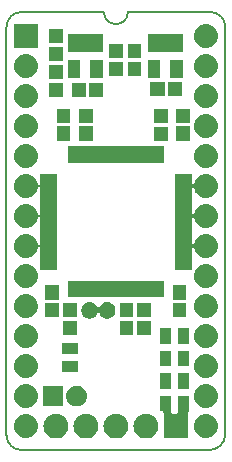
<source format=gts>
G04 #@! TF.GenerationSoftware,KiCad,Pcbnew,5.0.1-33cea8e~68~ubuntu16.04.1*
G04 #@! TF.CreationDate,2018-11-17T04:31:05+03:00*
G04 #@! TF.ProjectId,ayx,6179782E6B696361645F706362000000,rev?*
G04 #@! TF.SameCoordinates,Original*
G04 #@! TF.FileFunction,Soldermask,Top*
G04 #@! TF.FilePolarity,Negative*
%FSLAX46Y46*%
G04 Gerber Fmt 4.6, Leading zero omitted, Abs format (unit mm)*
G04 Created by KiCad (PCBNEW 5.0.1-33cea8e~68~ubuntu16.04.1) date Сб 17 ноя 2018 04:31:05*
%MOMM*%
%LPD*%
G01*
G04 APERTURE LIST*
%ADD10C,0.150000*%
%ADD11C,0.100000*%
G04 APERTURE END LIST*
D10*
X146939000Y-84328000D02*
G75*
G03X148971000Y-84328000I1016000J0D01*
G01*
X146939000Y-84328000D02*
X139954000Y-84328000D01*
X155829000Y-121417761D02*
G75*
G03X157226000Y-120142000I0J1402761D01*
G01*
X138684000Y-120142000D02*
G75*
G03X139954000Y-121412000I1270000J0D01*
G01*
X157226000Y-85598000D02*
G75*
G03X155956000Y-84328000I-1270000J0D01*
G01*
X139954000Y-84328000D02*
G75*
G03X138684000Y-85598000I0J-1270000D01*
G01*
X138684000Y-120142000D02*
X138684000Y-85598000D01*
X155829000Y-121412000D02*
X139954000Y-121412000D01*
X157226000Y-85598000D02*
X157226000Y-120142000D01*
X148971000Y-84328000D02*
X155956000Y-84328000D01*
D11*
G36*
X152620000Y-118205000D02*
X152622402Y-118229386D01*
X152629515Y-118252835D01*
X152641066Y-118274446D01*
X152656612Y-118293388D01*
X152675554Y-118308934D01*
X152697165Y-118320485D01*
X152720614Y-118327598D01*
X152745000Y-118330000D01*
X153095000Y-118330000D01*
X153119386Y-118327598D01*
X153142835Y-118320485D01*
X153164446Y-118308934D01*
X153183388Y-118293388D01*
X153198934Y-118274446D01*
X153210485Y-118252835D01*
X153217598Y-118229386D01*
X153220000Y-118205000D01*
X153220000Y-116825000D01*
X154120000Y-116825000D01*
X154120000Y-118163576D01*
X154106066Y-118180554D01*
X154094515Y-118202165D01*
X154087402Y-118225614D01*
X154085000Y-118250000D01*
X154085000Y-120430000D01*
X151985000Y-120430000D01*
X151985000Y-118250000D01*
X151982598Y-118225614D01*
X151975485Y-118202165D01*
X151963934Y-118180554D01*
X151948388Y-118161612D01*
X151929446Y-118146066D01*
X151907835Y-118134515D01*
X151884386Y-118127402D01*
X151860000Y-118125000D01*
X151720000Y-118125000D01*
X151720000Y-116825000D01*
X152620000Y-116825000D01*
X152620000Y-118205000D01*
X152620000Y-118205000D01*
G37*
G36*
X150623707Y-118337596D02*
X150700836Y-118345193D01*
X150832787Y-118385220D01*
X150898763Y-118405233D01*
X151081172Y-118502733D01*
X151241054Y-118633946D01*
X151372267Y-118793828D01*
X151469767Y-118976237D01*
X151489780Y-119042213D01*
X151529807Y-119174164D01*
X151550080Y-119380000D01*
X151529807Y-119585836D01*
X151489780Y-119717787D01*
X151469767Y-119783763D01*
X151372267Y-119966172D01*
X151241054Y-120126054D01*
X151081172Y-120257267D01*
X150898763Y-120354767D01*
X150863281Y-120365530D01*
X150700836Y-120414807D01*
X150623707Y-120422404D01*
X150546580Y-120430000D01*
X150443420Y-120430000D01*
X150366293Y-120422404D01*
X150289164Y-120414807D01*
X150126719Y-120365530D01*
X150091237Y-120354767D01*
X149908828Y-120257267D01*
X149748946Y-120126054D01*
X149617733Y-119966172D01*
X149520233Y-119783763D01*
X149500220Y-119717787D01*
X149460193Y-119585836D01*
X149439920Y-119380000D01*
X149460193Y-119174164D01*
X149500220Y-119042213D01*
X149520233Y-118976237D01*
X149617733Y-118793828D01*
X149748946Y-118633946D01*
X149908828Y-118502733D01*
X150091237Y-118405233D01*
X150157213Y-118385220D01*
X150289164Y-118345193D01*
X150366293Y-118337596D01*
X150443420Y-118330000D01*
X150546580Y-118330000D01*
X150623707Y-118337596D01*
X150623707Y-118337596D01*
G37*
G36*
X148083707Y-118337596D02*
X148160836Y-118345193D01*
X148292787Y-118385220D01*
X148358763Y-118405233D01*
X148541172Y-118502733D01*
X148701054Y-118633946D01*
X148832267Y-118793828D01*
X148929767Y-118976237D01*
X148949780Y-119042213D01*
X148989807Y-119174164D01*
X149010080Y-119380000D01*
X148989807Y-119585836D01*
X148949780Y-119717787D01*
X148929767Y-119783763D01*
X148832267Y-119966172D01*
X148701054Y-120126054D01*
X148541172Y-120257267D01*
X148358763Y-120354767D01*
X148323281Y-120365530D01*
X148160836Y-120414807D01*
X148083707Y-120422404D01*
X148006580Y-120430000D01*
X147903420Y-120430000D01*
X147826293Y-120422404D01*
X147749164Y-120414807D01*
X147586719Y-120365530D01*
X147551237Y-120354767D01*
X147368828Y-120257267D01*
X147208946Y-120126054D01*
X147077733Y-119966172D01*
X146980233Y-119783763D01*
X146960220Y-119717787D01*
X146920193Y-119585836D01*
X146899920Y-119380000D01*
X146920193Y-119174164D01*
X146960220Y-119042213D01*
X146980233Y-118976237D01*
X147077733Y-118793828D01*
X147208946Y-118633946D01*
X147368828Y-118502733D01*
X147551237Y-118405233D01*
X147617213Y-118385220D01*
X147749164Y-118345193D01*
X147826293Y-118337596D01*
X147903420Y-118330000D01*
X148006580Y-118330000D01*
X148083707Y-118337596D01*
X148083707Y-118337596D01*
G37*
G36*
X145543707Y-118337596D02*
X145620836Y-118345193D01*
X145752787Y-118385220D01*
X145818763Y-118405233D01*
X146001172Y-118502733D01*
X146161054Y-118633946D01*
X146292267Y-118793828D01*
X146389767Y-118976237D01*
X146409780Y-119042213D01*
X146449807Y-119174164D01*
X146470080Y-119380000D01*
X146449807Y-119585836D01*
X146409780Y-119717787D01*
X146389767Y-119783763D01*
X146292267Y-119966172D01*
X146161054Y-120126054D01*
X146001172Y-120257267D01*
X145818763Y-120354767D01*
X145783281Y-120365530D01*
X145620836Y-120414807D01*
X145543707Y-120422404D01*
X145466580Y-120430000D01*
X145363420Y-120430000D01*
X145286293Y-120422404D01*
X145209164Y-120414807D01*
X145046719Y-120365530D01*
X145011237Y-120354767D01*
X144828828Y-120257267D01*
X144668946Y-120126054D01*
X144537733Y-119966172D01*
X144440233Y-119783763D01*
X144420220Y-119717787D01*
X144380193Y-119585836D01*
X144359920Y-119380000D01*
X144380193Y-119174164D01*
X144420220Y-119042213D01*
X144440233Y-118976237D01*
X144537733Y-118793828D01*
X144668946Y-118633946D01*
X144828828Y-118502733D01*
X145011237Y-118405233D01*
X145077213Y-118385220D01*
X145209164Y-118345193D01*
X145286293Y-118337596D01*
X145363420Y-118330000D01*
X145466580Y-118330000D01*
X145543707Y-118337596D01*
X145543707Y-118337596D01*
G37*
G36*
X143003707Y-118337596D02*
X143080836Y-118345193D01*
X143212787Y-118385220D01*
X143278763Y-118405233D01*
X143461172Y-118502733D01*
X143621054Y-118633946D01*
X143752267Y-118793828D01*
X143849767Y-118976237D01*
X143869780Y-119042213D01*
X143909807Y-119174164D01*
X143930080Y-119380000D01*
X143909807Y-119585836D01*
X143869780Y-119717787D01*
X143849767Y-119783763D01*
X143752267Y-119966172D01*
X143621054Y-120126054D01*
X143461172Y-120257267D01*
X143278763Y-120354767D01*
X143243281Y-120365530D01*
X143080836Y-120414807D01*
X143003707Y-120422404D01*
X142926580Y-120430000D01*
X142823420Y-120430000D01*
X142746293Y-120422404D01*
X142669164Y-120414807D01*
X142506719Y-120365530D01*
X142471237Y-120354767D01*
X142288828Y-120257267D01*
X142128946Y-120126054D01*
X141997733Y-119966172D01*
X141900233Y-119783763D01*
X141880220Y-119717787D01*
X141840193Y-119585836D01*
X141819920Y-119380000D01*
X141840193Y-119174164D01*
X141880220Y-119042213D01*
X141900233Y-118976237D01*
X141997733Y-118793828D01*
X142128946Y-118633946D01*
X142288828Y-118502733D01*
X142471237Y-118405233D01*
X142537213Y-118385220D01*
X142669164Y-118345193D01*
X142746293Y-118337596D01*
X142823420Y-118330000D01*
X142926580Y-118330000D01*
X143003707Y-118337596D01*
X143003707Y-118337596D01*
G37*
G36*
X140531030Y-118394469D02*
X140531033Y-118394470D01*
X140531034Y-118394470D01*
X140719535Y-118451651D01*
X140719537Y-118451652D01*
X140893260Y-118544509D01*
X141045528Y-118669472D01*
X141170491Y-118821740D01*
X141170492Y-118821742D01*
X141263349Y-118995465D01*
X141317557Y-119174166D01*
X141320531Y-119183970D01*
X141339838Y-119380000D01*
X141320531Y-119576030D01*
X141320530Y-119576033D01*
X141320530Y-119576034D01*
X141317557Y-119585836D01*
X141263348Y-119764537D01*
X141170491Y-119938260D01*
X141045528Y-120090528D01*
X140893260Y-120215491D01*
X140893258Y-120215492D01*
X140719535Y-120308349D01*
X140531034Y-120365530D01*
X140531033Y-120365530D01*
X140531030Y-120365531D01*
X140384124Y-120380000D01*
X140285876Y-120380000D01*
X140138970Y-120365531D01*
X140138967Y-120365530D01*
X140138966Y-120365530D01*
X139950465Y-120308349D01*
X139776742Y-120215492D01*
X139776740Y-120215491D01*
X139624472Y-120090528D01*
X139499509Y-119938260D01*
X139406652Y-119764537D01*
X139352444Y-119585836D01*
X139349470Y-119576034D01*
X139349470Y-119576033D01*
X139349469Y-119576030D01*
X139330162Y-119380000D01*
X139349469Y-119183970D01*
X139352443Y-119174166D01*
X139406651Y-118995465D01*
X139499508Y-118821742D01*
X139499509Y-118821740D01*
X139624472Y-118669472D01*
X139776740Y-118544509D01*
X139950463Y-118451652D01*
X139950465Y-118451651D01*
X140138966Y-118394470D01*
X140138967Y-118394470D01*
X140138970Y-118394469D01*
X140285876Y-118380000D01*
X140384124Y-118380000D01*
X140531030Y-118394469D01*
X140531030Y-118394469D01*
G37*
G36*
X155771030Y-118394469D02*
X155771033Y-118394470D01*
X155771034Y-118394470D01*
X155959535Y-118451651D01*
X155959537Y-118451652D01*
X156133260Y-118544509D01*
X156285528Y-118669472D01*
X156410491Y-118821740D01*
X156410492Y-118821742D01*
X156503349Y-118995465D01*
X156557557Y-119174166D01*
X156560531Y-119183970D01*
X156579838Y-119380000D01*
X156560531Y-119576030D01*
X156560530Y-119576033D01*
X156560530Y-119576034D01*
X156557557Y-119585836D01*
X156503348Y-119764537D01*
X156410491Y-119938260D01*
X156285528Y-120090528D01*
X156133260Y-120215491D01*
X156133258Y-120215492D01*
X155959535Y-120308349D01*
X155771034Y-120365530D01*
X155771033Y-120365530D01*
X155771030Y-120365531D01*
X155624124Y-120380000D01*
X155525876Y-120380000D01*
X155378970Y-120365531D01*
X155378967Y-120365530D01*
X155378966Y-120365530D01*
X155190465Y-120308349D01*
X155016742Y-120215492D01*
X155016740Y-120215491D01*
X154864472Y-120090528D01*
X154739509Y-119938260D01*
X154646652Y-119764537D01*
X154592444Y-119585836D01*
X154589470Y-119576034D01*
X154589470Y-119576033D01*
X154589469Y-119576030D01*
X154570162Y-119380000D01*
X154589469Y-119183970D01*
X154592443Y-119174166D01*
X154646651Y-118995465D01*
X154739508Y-118821742D01*
X154739509Y-118821740D01*
X154864472Y-118669472D01*
X155016740Y-118544509D01*
X155190463Y-118451652D01*
X155190465Y-118451651D01*
X155378966Y-118394470D01*
X155378967Y-118394470D01*
X155378970Y-118394469D01*
X155525876Y-118380000D01*
X155624124Y-118380000D01*
X155771030Y-118394469D01*
X155771030Y-118394469D01*
G37*
G36*
X140531030Y-115854469D02*
X140531033Y-115854470D01*
X140531034Y-115854470D01*
X140719535Y-115911651D01*
X140719537Y-115911652D01*
X140893260Y-116004509D01*
X141045528Y-116129472D01*
X141170491Y-116281740D01*
X141170492Y-116281742D01*
X141263349Y-116455465D01*
X141277930Y-116503532D01*
X141320531Y-116643970D01*
X141339838Y-116840000D01*
X141320531Y-117036030D01*
X141263349Y-117224535D01*
X141170491Y-117398260D01*
X141045528Y-117550528D01*
X140893260Y-117675491D01*
X140893258Y-117675492D01*
X140719535Y-117768349D01*
X140531034Y-117825530D01*
X140531033Y-117825530D01*
X140531030Y-117825531D01*
X140384124Y-117840000D01*
X140285876Y-117840000D01*
X140138970Y-117825531D01*
X140138967Y-117825530D01*
X140138966Y-117825530D01*
X139950465Y-117768349D01*
X139776742Y-117675492D01*
X139776740Y-117675491D01*
X139624472Y-117550528D01*
X139499509Y-117398260D01*
X139406651Y-117224535D01*
X139349469Y-117036030D01*
X139330162Y-116840000D01*
X139349469Y-116643970D01*
X139392070Y-116503532D01*
X139406651Y-116455465D01*
X139499508Y-116281742D01*
X139499509Y-116281740D01*
X139624472Y-116129472D01*
X139776740Y-116004509D01*
X139950463Y-115911652D01*
X139950465Y-115911651D01*
X140138966Y-115854470D01*
X140138967Y-115854470D01*
X140138970Y-115854469D01*
X140285876Y-115840000D01*
X140384124Y-115840000D01*
X140531030Y-115854469D01*
X140531030Y-115854469D01*
G37*
G36*
X155771030Y-115854469D02*
X155771033Y-115854470D01*
X155771034Y-115854470D01*
X155959535Y-115911651D01*
X155959537Y-115911652D01*
X156133260Y-116004509D01*
X156285528Y-116129472D01*
X156410491Y-116281740D01*
X156410492Y-116281742D01*
X156503349Y-116455465D01*
X156517930Y-116503532D01*
X156560531Y-116643970D01*
X156579838Y-116840000D01*
X156560531Y-117036030D01*
X156503349Y-117224535D01*
X156410491Y-117398260D01*
X156285528Y-117550528D01*
X156133260Y-117675491D01*
X156133258Y-117675492D01*
X155959535Y-117768349D01*
X155771034Y-117825530D01*
X155771033Y-117825530D01*
X155771030Y-117825531D01*
X155624124Y-117840000D01*
X155525876Y-117840000D01*
X155378970Y-117825531D01*
X155378967Y-117825530D01*
X155378966Y-117825530D01*
X155190465Y-117768349D01*
X155016742Y-117675492D01*
X155016740Y-117675491D01*
X154864472Y-117550528D01*
X154739509Y-117398260D01*
X154646651Y-117224535D01*
X154589469Y-117036030D01*
X154570162Y-116840000D01*
X154589469Y-116643970D01*
X154632070Y-116503532D01*
X154646651Y-116455465D01*
X154739508Y-116281742D01*
X154739509Y-116281740D01*
X154864472Y-116129472D01*
X155016740Y-116004509D01*
X155190463Y-115911652D01*
X155190465Y-115911651D01*
X155378966Y-115854470D01*
X155378967Y-115854470D01*
X155378970Y-115854469D01*
X155525876Y-115840000D01*
X155624124Y-115840000D01*
X155771030Y-115854469D01*
X155771030Y-115854469D01*
G37*
G36*
X143502600Y-116790880D02*
X143505002Y-116815266D01*
X143512115Y-116838715D01*
X143513082Y-116840524D01*
X143507982Y-116852835D01*
X143502600Y-116889120D01*
X143502600Y-117715000D01*
X141752600Y-117715000D01*
X141752600Y-115965000D01*
X143502600Y-115965000D01*
X143502600Y-116790880D01*
X143502600Y-116790880D01*
G37*
G36*
X144713429Y-115969220D02*
X144799130Y-115977661D01*
X144887635Y-116004509D01*
X144964069Y-116027695D01*
X145014737Y-116054778D01*
X145116076Y-116108944D01*
X145249312Y-116218288D01*
X145358656Y-116351524D01*
X145412822Y-116452863D01*
X145439905Y-116503531D01*
X145439905Y-116503532D01*
X145489939Y-116668470D01*
X145506833Y-116840000D01*
X145489939Y-117011530D01*
X145456583Y-117121489D01*
X145439905Y-117176469D01*
X145414213Y-117224535D01*
X145358656Y-117328476D01*
X145249312Y-117461712D01*
X145116076Y-117571056D01*
X145014737Y-117625222D01*
X144964069Y-117652305D01*
X144909089Y-117668983D01*
X144799130Y-117702339D01*
X144713429Y-117710780D01*
X144670580Y-117715000D01*
X144584620Y-117715000D01*
X144541771Y-117710780D01*
X144456070Y-117702339D01*
X144346111Y-117668983D01*
X144291131Y-117652305D01*
X144240463Y-117625222D01*
X144139124Y-117571056D01*
X144005888Y-117461712D01*
X143896544Y-117328476D01*
X143840987Y-117224535D01*
X143815295Y-117176469D01*
X143798617Y-117121489D01*
X143765261Y-117011530D01*
X143751998Y-116876868D01*
X143747217Y-116852834D01*
X143742118Y-116840524D01*
X143743085Y-116838715D01*
X143751998Y-116803132D01*
X143765261Y-116668472D01*
X143765261Y-116668470D01*
X143815295Y-116503532D01*
X143815295Y-116503531D01*
X143842378Y-116452863D01*
X143896544Y-116351524D01*
X144005888Y-116218288D01*
X144139124Y-116108944D01*
X144240463Y-116054778D01*
X144291131Y-116027695D01*
X144367565Y-116004509D01*
X144456070Y-115977661D01*
X144541771Y-115969220D01*
X144584620Y-115965000D01*
X144670580Y-115965000D01*
X144713429Y-115969220D01*
X144713429Y-115969220D01*
G37*
G36*
X152620000Y-116220000D02*
X151720000Y-116220000D01*
X151720000Y-114920000D01*
X152620000Y-114920000D01*
X152620000Y-116220000D01*
X152620000Y-116220000D01*
G37*
G36*
X154120000Y-116220000D02*
X153220000Y-116220000D01*
X153220000Y-114920000D01*
X154120000Y-114920000D01*
X154120000Y-116220000D01*
X154120000Y-116220000D01*
G37*
G36*
X155771030Y-113314469D02*
X155771033Y-113314470D01*
X155771034Y-113314470D01*
X155959535Y-113371651D01*
X155959537Y-113371652D01*
X156133260Y-113464509D01*
X156285528Y-113589472D01*
X156410491Y-113741740D01*
X156503348Y-113915463D01*
X156560531Y-114103970D01*
X156579838Y-114300000D01*
X156560531Y-114496030D01*
X156503348Y-114684537D01*
X156410491Y-114858260D01*
X156285528Y-115010528D01*
X156133260Y-115135491D01*
X156133258Y-115135492D01*
X155959535Y-115228349D01*
X155771034Y-115285530D01*
X155771033Y-115285530D01*
X155771030Y-115285531D01*
X155624124Y-115300000D01*
X155525876Y-115300000D01*
X155378970Y-115285531D01*
X155378967Y-115285530D01*
X155378966Y-115285530D01*
X155190465Y-115228349D01*
X155016742Y-115135492D01*
X155016740Y-115135491D01*
X154864472Y-115010528D01*
X154739509Y-114858260D01*
X154646652Y-114684537D01*
X154589469Y-114496030D01*
X154570162Y-114300000D01*
X154589469Y-114103970D01*
X154646652Y-113915463D01*
X154739509Y-113741740D01*
X154864472Y-113589472D01*
X155016740Y-113464509D01*
X155190463Y-113371652D01*
X155190465Y-113371651D01*
X155378966Y-113314470D01*
X155378967Y-113314470D01*
X155378970Y-113314469D01*
X155525876Y-113300000D01*
X155624124Y-113300000D01*
X155771030Y-113314469D01*
X155771030Y-113314469D01*
G37*
G36*
X140531030Y-113314469D02*
X140531033Y-113314470D01*
X140531034Y-113314470D01*
X140719535Y-113371651D01*
X140719537Y-113371652D01*
X140893260Y-113464509D01*
X141045528Y-113589472D01*
X141170491Y-113741740D01*
X141263348Y-113915463D01*
X141320531Y-114103970D01*
X141339838Y-114300000D01*
X141320531Y-114496030D01*
X141263348Y-114684537D01*
X141170491Y-114858260D01*
X141045528Y-115010528D01*
X140893260Y-115135491D01*
X140893258Y-115135492D01*
X140719535Y-115228349D01*
X140531034Y-115285530D01*
X140531033Y-115285530D01*
X140531030Y-115285531D01*
X140384124Y-115300000D01*
X140285876Y-115300000D01*
X140138970Y-115285531D01*
X140138967Y-115285530D01*
X140138966Y-115285530D01*
X139950465Y-115228349D01*
X139776742Y-115135492D01*
X139776740Y-115135491D01*
X139624472Y-115010528D01*
X139499509Y-114858260D01*
X139406652Y-114684537D01*
X139349469Y-114496030D01*
X139330162Y-114300000D01*
X139349469Y-114103970D01*
X139406652Y-113915463D01*
X139499509Y-113741740D01*
X139624472Y-113589472D01*
X139776740Y-113464509D01*
X139950463Y-113371652D01*
X139950465Y-113371651D01*
X140138966Y-113314470D01*
X140138967Y-113314470D01*
X140138970Y-113314469D01*
X140285876Y-113300000D01*
X140384124Y-113300000D01*
X140531030Y-113314469D01*
X140531030Y-113314469D01*
G37*
G36*
X144718800Y-114788800D02*
X143418800Y-114788800D01*
X143418800Y-113888800D01*
X144718800Y-113888800D01*
X144718800Y-114788800D01*
X144718800Y-114788800D01*
G37*
G36*
X154120000Y-114315000D02*
X153220000Y-114315000D01*
X153220000Y-113015000D01*
X154120000Y-113015000D01*
X154120000Y-114315000D01*
X154120000Y-114315000D01*
G37*
G36*
X152620000Y-114315000D02*
X151720000Y-114315000D01*
X151720000Y-113015000D01*
X152620000Y-113015000D01*
X152620000Y-114315000D01*
X152620000Y-114315000D01*
G37*
G36*
X144718800Y-113288800D02*
X143418800Y-113288800D01*
X143418800Y-112388800D01*
X144718800Y-112388800D01*
X144718800Y-113288800D01*
X144718800Y-113288800D01*
G37*
G36*
X140531030Y-110774469D02*
X140531033Y-110774470D01*
X140531034Y-110774470D01*
X140719535Y-110831651D01*
X140719537Y-110831652D01*
X140893260Y-110924509D01*
X141045528Y-111049472D01*
X141170491Y-111201740D01*
X141263348Y-111375463D01*
X141320531Y-111563970D01*
X141339838Y-111760000D01*
X141320531Y-111956030D01*
X141263348Y-112144537D01*
X141170491Y-112318260D01*
X141045528Y-112470528D01*
X140893260Y-112595491D01*
X140893258Y-112595492D01*
X140719535Y-112688349D01*
X140531034Y-112745530D01*
X140531033Y-112745530D01*
X140531030Y-112745531D01*
X140384124Y-112760000D01*
X140285876Y-112760000D01*
X140138970Y-112745531D01*
X140138967Y-112745530D01*
X140138966Y-112745530D01*
X139950465Y-112688349D01*
X139776742Y-112595492D01*
X139776740Y-112595491D01*
X139624472Y-112470528D01*
X139499509Y-112318260D01*
X139406652Y-112144537D01*
X139349469Y-111956030D01*
X139330162Y-111760000D01*
X139349469Y-111563970D01*
X139406652Y-111375463D01*
X139499509Y-111201740D01*
X139624472Y-111049472D01*
X139776740Y-110924509D01*
X139950463Y-110831652D01*
X139950465Y-110831651D01*
X140138966Y-110774470D01*
X140138967Y-110774470D01*
X140138970Y-110774469D01*
X140285876Y-110760000D01*
X140384124Y-110760000D01*
X140531030Y-110774469D01*
X140531030Y-110774469D01*
G37*
G36*
X155771030Y-110774469D02*
X155771033Y-110774470D01*
X155771034Y-110774470D01*
X155959535Y-110831651D01*
X155959537Y-110831652D01*
X156133260Y-110924509D01*
X156285528Y-111049472D01*
X156410491Y-111201740D01*
X156503348Y-111375463D01*
X156560531Y-111563970D01*
X156579838Y-111760000D01*
X156560531Y-111956030D01*
X156503348Y-112144537D01*
X156410491Y-112318260D01*
X156285528Y-112470528D01*
X156133260Y-112595491D01*
X156133258Y-112595492D01*
X155959535Y-112688349D01*
X155771034Y-112745530D01*
X155771033Y-112745530D01*
X155771030Y-112745531D01*
X155624124Y-112760000D01*
X155525876Y-112760000D01*
X155378970Y-112745531D01*
X155378967Y-112745530D01*
X155378966Y-112745530D01*
X155190465Y-112688349D01*
X155016742Y-112595492D01*
X155016740Y-112595491D01*
X154864472Y-112470528D01*
X154739509Y-112318260D01*
X154646652Y-112144537D01*
X154589469Y-111956030D01*
X154570162Y-111760000D01*
X154589469Y-111563970D01*
X154646652Y-111375463D01*
X154739509Y-111201740D01*
X154864472Y-111049472D01*
X155016740Y-110924509D01*
X155190463Y-110831652D01*
X155190465Y-110831651D01*
X155378966Y-110774470D01*
X155378967Y-110774470D01*
X155378970Y-110774469D01*
X155525876Y-110760000D01*
X155624124Y-110760000D01*
X155771030Y-110774469D01*
X155771030Y-110774469D01*
G37*
G36*
X152620000Y-112410000D02*
X151720000Y-112410000D01*
X151720000Y-111110000D01*
X152620000Y-111110000D01*
X152620000Y-112410000D01*
X152620000Y-112410000D01*
G37*
G36*
X154120000Y-112410000D02*
X153220000Y-112410000D01*
X153220000Y-111110000D01*
X154120000Y-111110000D01*
X154120000Y-112410000D01*
X154120000Y-112410000D01*
G37*
G36*
X144643800Y-111675600D02*
X143493800Y-111675600D01*
X143493800Y-110475600D01*
X144643800Y-110475600D01*
X144643800Y-111675600D01*
X144643800Y-111675600D01*
G37*
G36*
X150892200Y-111675600D02*
X149742200Y-111675600D01*
X149742200Y-110475600D01*
X150892200Y-110475600D01*
X150892200Y-111675600D01*
X150892200Y-111675600D01*
G37*
G36*
X149419000Y-111675600D02*
X148269000Y-111675600D01*
X148269000Y-110475600D01*
X149419000Y-110475600D01*
X149419000Y-111675600D01*
X149419000Y-111675600D01*
G37*
G36*
X145922583Y-108902500D02*
X146049974Y-108955268D01*
X146152795Y-109023970D01*
X146164625Y-109031875D01*
X146262125Y-109129375D01*
X146338731Y-109244024D01*
X146352915Y-109278266D01*
X146364466Y-109299876D01*
X146380012Y-109318818D01*
X146398954Y-109334364D01*
X146420565Y-109345915D01*
X146444014Y-109353028D01*
X146468400Y-109355430D01*
X146492786Y-109353028D01*
X146516236Y-109345915D01*
X146537846Y-109334364D01*
X146556788Y-109318818D01*
X146572334Y-109299876D01*
X146583885Y-109278266D01*
X146598069Y-109244024D01*
X146674675Y-109129375D01*
X146772175Y-109031875D01*
X146784006Y-109023970D01*
X146886826Y-108955268D01*
X147014217Y-108902500D01*
X147149455Y-108875600D01*
X147287345Y-108875600D01*
X147422583Y-108902500D01*
X147549974Y-108955268D01*
X147652795Y-109023970D01*
X147664625Y-109031875D01*
X147762125Y-109129375D01*
X147838732Y-109244026D01*
X147891500Y-109371417D01*
X147918400Y-109506655D01*
X147918400Y-109644545D01*
X147891500Y-109779783D01*
X147869712Y-109832382D01*
X147838732Y-109907174D01*
X147762126Y-110021824D01*
X147664624Y-110119326D01*
X147580403Y-110175600D01*
X147549974Y-110195932D01*
X147422583Y-110248700D01*
X147287345Y-110275600D01*
X147149455Y-110275600D01*
X147014217Y-110248700D01*
X146886826Y-110195932D01*
X146856397Y-110175600D01*
X146772176Y-110119326D01*
X146674674Y-110021824D01*
X146636631Y-109964888D01*
X146598069Y-109907176D01*
X146583885Y-109872934D01*
X146572334Y-109851324D01*
X146556788Y-109832382D01*
X146537846Y-109816836D01*
X146516235Y-109805285D01*
X146492786Y-109798172D01*
X146468400Y-109795770D01*
X146444014Y-109798172D01*
X146420564Y-109805285D01*
X146398954Y-109816836D01*
X146380012Y-109832382D01*
X146364466Y-109851324D01*
X146352915Y-109872934D01*
X146338731Y-109907176D01*
X146300169Y-109964888D01*
X146262126Y-110021824D01*
X146164624Y-110119326D01*
X146080403Y-110175600D01*
X146049974Y-110195932D01*
X145922583Y-110248700D01*
X145787345Y-110275600D01*
X145649455Y-110275600D01*
X145514217Y-110248700D01*
X145386826Y-110195932D01*
X145356397Y-110175600D01*
X145272176Y-110119326D01*
X145174674Y-110021824D01*
X145098068Y-109907174D01*
X145067088Y-109832382D01*
X145045300Y-109779783D01*
X145018400Y-109644545D01*
X145018400Y-109506655D01*
X145045300Y-109371417D01*
X145098068Y-109244026D01*
X145174675Y-109129375D01*
X145272175Y-109031875D01*
X145284006Y-109023970D01*
X145386826Y-108955268D01*
X145514217Y-108902500D01*
X145649455Y-108875600D01*
X145787345Y-108875600D01*
X145922583Y-108902500D01*
X145922583Y-108902500D01*
G37*
G36*
X155771030Y-108234469D02*
X155771033Y-108234470D01*
X155771034Y-108234470D01*
X155959535Y-108291651D01*
X155959537Y-108291652D01*
X156133260Y-108384509D01*
X156285528Y-108509472D01*
X156410491Y-108661740D01*
X156410492Y-108661742D01*
X156503349Y-108835465D01*
X156545858Y-108975600D01*
X156560531Y-109023970D01*
X156579838Y-109220000D01*
X156560531Y-109416030D01*
X156503348Y-109604537D01*
X156410491Y-109778260D01*
X156285528Y-109930528D01*
X156133260Y-110055491D01*
X156133258Y-110055492D01*
X155959535Y-110148349D01*
X155771034Y-110205530D01*
X155771033Y-110205530D01*
X155771030Y-110205531D01*
X155624124Y-110220000D01*
X155525876Y-110220000D01*
X155378970Y-110205531D01*
X155378967Y-110205530D01*
X155378966Y-110205530D01*
X155190465Y-110148349D01*
X155016742Y-110055492D01*
X155016740Y-110055491D01*
X154864472Y-109930528D01*
X154739509Y-109778260D01*
X154646652Y-109604537D01*
X154589469Y-109416030D01*
X154570162Y-109220000D01*
X154589469Y-109023970D01*
X154604142Y-108975600D01*
X154646651Y-108835465D01*
X154739508Y-108661742D01*
X154739509Y-108661740D01*
X154864472Y-108509472D01*
X155016740Y-108384509D01*
X155190463Y-108291652D01*
X155190465Y-108291651D01*
X155378966Y-108234470D01*
X155378967Y-108234470D01*
X155378970Y-108234469D01*
X155525876Y-108220000D01*
X155624124Y-108220000D01*
X155771030Y-108234469D01*
X155771030Y-108234469D01*
G37*
G36*
X140531030Y-108234469D02*
X140531033Y-108234470D01*
X140531034Y-108234470D01*
X140719535Y-108291651D01*
X140719537Y-108291652D01*
X140893260Y-108384509D01*
X141045528Y-108509472D01*
X141170491Y-108661740D01*
X141170492Y-108661742D01*
X141263349Y-108835465D01*
X141305858Y-108975600D01*
X141320531Y-109023970D01*
X141339838Y-109220000D01*
X141320531Y-109416030D01*
X141263348Y-109604537D01*
X141170491Y-109778260D01*
X141045528Y-109930528D01*
X140893260Y-110055491D01*
X140893258Y-110055492D01*
X140719535Y-110148349D01*
X140531034Y-110205530D01*
X140531033Y-110205530D01*
X140531030Y-110205531D01*
X140384124Y-110220000D01*
X140285876Y-110220000D01*
X140138970Y-110205531D01*
X140138967Y-110205530D01*
X140138966Y-110205530D01*
X139950465Y-110148349D01*
X139776742Y-110055492D01*
X139776740Y-110055491D01*
X139624472Y-109930528D01*
X139499509Y-109778260D01*
X139406652Y-109604537D01*
X139349469Y-109416030D01*
X139330162Y-109220000D01*
X139349469Y-109023970D01*
X139364142Y-108975600D01*
X139406651Y-108835465D01*
X139499508Y-108661742D01*
X139499509Y-108661740D01*
X139624472Y-108509472D01*
X139776740Y-108384509D01*
X139950463Y-108291652D01*
X139950465Y-108291651D01*
X140138966Y-108234470D01*
X140138967Y-108234470D01*
X140138970Y-108234469D01*
X140285876Y-108220000D01*
X140384124Y-108220000D01*
X140531030Y-108234469D01*
X140531030Y-108234469D01*
G37*
G36*
X153927500Y-110177000D02*
X152777500Y-110177000D01*
X152777500Y-108977000D01*
X153927500Y-108977000D01*
X153927500Y-110177000D01*
X153927500Y-110177000D01*
G37*
G36*
X150892200Y-110175600D02*
X149742200Y-110175600D01*
X149742200Y-108975600D01*
X150892200Y-108975600D01*
X150892200Y-110175600D01*
X150892200Y-110175600D01*
G37*
G36*
X149419000Y-110175600D02*
X148269000Y-110175600D01*
X148269000Y-108975600D01*
X149419000Y-108975600D01*
X149419000Y-110175600D01*
X149419000Y-110175600D01*
G37*
G36*
X143094400Y-110175600D02*
X141944400Y-110175600D01*
X141944400Y-108975600D01*
X143094400Y-108975600D01*
X143094400Y-110175600D01*
X143094400Y-110175600D01*
G37*
G36*
X144643800Y-110175600D02*
X143493800Y-110175600D01*
X143493800Y-108975600D01*
X144643800Y-108975600D01*
X144643800Y-110175600D01*
X144643800Y-110175600D01*
G37*
G36*
X153927500Y-108677000D02*
X152777500Y-108677000D01*
X152777500Y-107477000D01*
X153927500Y-107477000D01*
X153927500Y-108677000D01*
X153927500Y-108677000D01*
G37*
G36*
X143094400Y-108675600D02*
X141944400Y-108675600D01*
X141944400Y-107475600D01*
X143094400Y-107475600D01*
X143094400Y-108675600D01*
X143094400Y-108675600D01*
G37*
G36*
X152045000Y-108473400D02*
X143895000Y-108473400D01*
X143895000Y-107073400D01*
X152045000Y-107073400D01*
X152045000Y-108473400D01*
X152045000Y-108473400D01*
G37*
G36*
X155771030Y-105694469D02*
X155771033Y-105694470D01*
X155771034Y-105694470D01*
X155959535Y-105751651D01*
X155959537Y-105751652D01*
X156133260Y-105844509D01*
X156285528Y-105969472D01*
X156410491Y-106121740D01*
X156503348Y-106295463D01*
X156560531Y-106483970D01*
X156579838Y-106680000D01*
X156560531Y-106876030D01*
X156503348Y-107064537D01*
X156410491Y-107238260D01*
X156285528Y-107390528D01*
X156133260Y-107515491D01*
X156133258Y-107515492D01*
X155959535Y-107608349D01*
X155771034Y-107665530D01*
X155771033Y-107665530D01*
X155771030Y-107665531D01*
X155624124Y-107680000D01*
X155525876Y-107680000D01*
X155378970Y-107665531D01*
X155378967Y-107665530D01*
X155378966Y-107665530D01*
X155190465Y-107608349D01*
X155016742Y-107515492D01*
X155016740Y-107515491D01*
X154864472Y-107390528D01*
X154739509Y-107238260D01*
X154646652Y-107064537D01*
X154589469Y-106876030D01*
X154570162Y-106680000D01*
X154589469Y-106483970D01*
X154646652Y-106295463D01*
X154739509Y-106121740D01*
X154864472Y-105969472D01*
X155016740Y-105844509D01*
X155190463Y-105751652D01*
X155190465Y-105751651D01*
X155378966Y-105694470D01*
X155378967Y-105694470D01*
X155378970Y-105694469D01*
X155525876Y-105680000D01*
X155624124Y-105680000D01*
X155771030Y-105694469D01*
X155771030Y-105694469D01*
G37*
G36*
X140531030Y-105694469D02*
X140531033Y-105694470D01*
X140531034Y-105694470D01*
X140719535Y-105751651D01*
X140719537Y-105751652D01*
X140893260Y-105844509D01*
X141045528Y-105969472D01*
X141170491Y-106121740D01*
X141263348Y-106295463D01*
X141320531Y-106483970D01*
X141339838Y-106680000D01*
X141320531Y-106876030D01*
X141263348Y-107064537D01*
X141170491Y-107238260D01*
X141045528Y-107390528D01*
X140893260Y-107515491D01*
X140893258Y-107515492D01*
X140719535Y-107608349D01*
X140531034Y-107665530D01*
X140531033Y-107665530D01*
X140531030Y-107665531D01*
X140384124Y-107680000D01*
X140285876Y-107680000D01*
X140138970Y-107665531D01*
X140138967Y-107665530D01*
X140138966Y-107665530D01*
X139950465Y-107608349D01*
X139776742Y-107515492D01*
X139776740Y-107515491D01*
X139624472Y-107390528D01*
X139499509Y-107238260D01*
X139406652Y-107064537D01*
X139349469Y-106876030D01*
X139330162Y-106680000D01*
X139349469Y-106483970D01*
X139406652Y-106295463D01*
X139499509Y-106121740D01*
X139624472Y-105969472D01*
X139776740Y-105844509D01*
X139950463Y-105751652D01*
X139950465Y-105751651D01*
X140138966Y-105694470D01*
X140138967Y-105694470D01*
X140138970Y-105694469D01*
X140285876Y-105680000D01*
X140384124Y-105680000D01*
X140531030Y-105694469D01*
X140531030Y-105694469D01*
G37*
G36*
X142970000Y-106148400D02*
X141570000Y-106148400D01*
X141570000Y-104347562D01*
X141567598Y-104323176D01*
X141560485Y-104299727D01*
X141548934Y-104278116D01*
X141533388Y-104259174D01*
X141514446Y-104243628D01*
X141492835Y-104232077D01*
X141469386Y-104224964D01*
X141445000Y-104222562D01*
X141420614Y-104224964D01*
X141397165Y-104232077D01*
X141375554Y-104243628D01*
X141356612Y-104259174D01*
X141341066Y-104278116D01*
X141329515Y-104299727D01*
X141322402Y-104323176D01*
X141320602Y-104335310D01*
X141320531Y-104336030D01*
X141320530Y-104336033D01*
X141320530Y-104336034D01*
X141263350Y-104524533D01*
X141263348Y-104524537D01*
X141170491Y-104698260D01*
X141045528Y-104850528D01*
X140893260Y-104975491D01*
X140893258Y-104975492D01*
X140719535Y-105068349D01*
X140531034Y-105125530D01*
X140531033Y-105125530D01*
X140531030Y-105125531D01*
X140384124Y-105140000D01*
X140285876Y-105140000D01*
X140138970Y-105125531D01*
X140138967Y-105125530D01*
X140138966Y-105125530D01*
X139950465Y-105068349D01*
X139776742Y-104975492D01*
X139776740Y-104975491D01*
X139624472Y-104850528D01*
X139499509Y-104698260D01*
X139406652Y-104524537D01*
X139406651Y-104524533D01*
X139349470Y-104336034D01*
X139349470Y-104336033D01*
X139349469Y-104336030D01*
X139330162Y-104140000D01*
X139349469Y-103943970D01*
X139349470Y-103943966D01*
X139406651Y-103755465D01*
X139406652Y-103755463D01*
X139499509Y-103581740D01*
X139624472Y-103429472D01*
X139776740Y-103304509D01*
X139950463Y-103211652D01*
X139950465Y-103211651D01*
X140138966Y-103154470D01*
X140138967Y-103154470D01*
X140138970Y-103154469D01*
X140285876Y-103140000D01*
X140384124Y-103140000D01*
X140531030Y-103154469D01*
X140531033Y-103154470D01*
X140531034Y-103154470D01*
X140719535Y-103211651D01*
X140719537Y-103211652D01*
X140893260Y-103304509D01*
X141045528Y-103429472D01*
X141170491Y-103581740D01*
X141263348Y-103755463D01*
X141263349Y-103755465D01*
X141320530Y-103943966D01*
X141320531Y-103943970D01*
X141320602Y-103944690D01*
X141325382Y-103968723D01*
X141334760Y-103991362D01*
X141348374Y-104011737D01*
X141365701Y-104029064D01*
X141386075Y-104042678D01*
X141408714Y-104052055D01*
X141432748Y-104056836D01*
X141457252Y-104056836D01*
X141481285Y-104052056D01*
X141503924Y-104042678D01*
X141524299Y-104029064D01*
X141541626Y-104011737D01*
X141555240Y-103991363D01*
X141564617Y-103968724D01*
X141569398Y-103944690D01*
X141570000Y-103932438D01*
X141570000Y-101807562D01*
X141567598Y-101783176D01*
X141560485Y-101759727D01*
X141548934Y-101738116D01*
X141533388Y-101719174D01*
X141514446Y-101703628D01*
X141492835Y-101692077D01*
X141469386Y-101684964D01*
X141445000Y-101682562D01*
X141420614Y-101684964D01*
X141397165Y-101692077D01*
X141375554Y-101703628D01*
X141356612Y-101719174D01*
X141341066Y-101738116D01*
X141329515Y-101759727D01*
X141322402Y-101783176D01*
X141320602Y-101795310D01*
X141320531Y-101796030D01*
X141320530Y-101796033D01*
X141320530Y-101796034D01*
X141263350Y-101984533D01*
X141263348Y-101984537D01*
X141170491Y-102158260D01*
X141045528Y-102310528D01*
X140893260Y-102435491D01*
X140893258Y-102435492D01*
X140719535Y-102528349D01*
X140531034Y-102585530D01*
X140531033Y-102585530D01*
X140531030Y-102585531D01*
X140384124Y-102600000D01*
X140285876Y-102600000D01*
X140138970Y-102585531D01*
X140138967Y-102585530D01*
X140138966Y-102585530D01*
X139950465Y-102528349D01*
X139776742Y-102435492D01*
X139776740Y-102435491D01*
X139624472Y-102310528D01*
X139499509Y-102158260D01*
X139406652Y-101984537D01*
X139406651Y-101984533D01*
X139349470Y-101796034D01*
X139349470Y-101796033D01*
X139349469Y-101796030D01*
X139330162Y-101600000D01*
X139349469Y-101403970D01*
X139349470Y-101403966D01*
X139406651Y-101215465D01*
X139499508Y-101041742D01*
X139499509Y-101041740D01*
X139624472Y-100889472D01*
X139776740Y-100764509D01*
X139950463Y-100671652D01*
X139950465Y-100671651D01*
X140138966Y-100614470D01*
X140138967Y-100614470D01*
X140138970Y-100614469D01*
X140285876Y-100600000D01*
X140384124Y-100600000D01*
X140531030Y-100614469D01*
X140531033Y-100614470D01*
X140531034Y-100614470D01*
X140719535Y-100671651D01*
X140719537Y-100671652D01*
X140893260Y-100764509D01*
X141045528Y-100889472D01*
X141170491Y-101041740D01*
X141170492Y-101041742D01*
X141263349Y-101215465D01*
X141320530Y-101403966D01*
X141320531Y-101403970D01*
X141320602Y-101404690D01*
X141325382Y-101428723D01*
X141334760Y-101451362D01*
X141348374Y-101471737D01*
X141365701Y-101489064D01*
X141386075Y-101502678D01*
X141408714Y-101512055D01*
X141432748Y-101516836D01*
X141457252Y-101516836D01*
X141481285Y-101512056D01*
X141503924Y-101502678D01*
X141524299Y-101489064D01*
X141541626Y-101471737D01*
X141555240Y-101451363D01*
X141564617Y-101428724D01*
X141569398Y-101404690D01*
X141570000Y-101392438D01*
X141570000Y-99267562D01*
X141567598Y-99243176D01*
X141560485Y-99219727D01*
X141548934Y-99198116D01*
X141533388Y-99179174D01*
X141514446Y-99163628D01*
X141492835Y-99152077D01*
X141469386Y-99144964D01*
X141445000Y-99142562D01*
X141420614Y-99144964D01*
X141397165Y-99152077D01*
X141375554Y-99163628D01*
X141356612Y-99179174D01*
X141341066Y-99198116D01*
X141329515Y-99219727D01*
X141322402Y-99243176D01*
X141320602Y-99255310D01*
X141320531Y-99256030D01*
X141320530Y-99256033D01*
X141320530Y-99256034D01*
X141263350Y-99444533D01*
X141263348Y-99444537D01*
X141170491Y-99618260D01*
X141045528Y-99770528D01*
X140893260Y-99895491D01*
X140893258Y-99895492D01*
X140719535Y-99988349D01*
X140531034Y-100045530D01*
X140531033Y-100045530D01*
X140531030Y-100045531D01*
X140384124Y-100060000D01*
X140285876Y-100060000D01*
X140138970Y-100045531D01*
X140138967Y-100045530D01*
X140138966Y-100045530D01*
X139950465Y-99988349D01*
X139776742Y-99895492D01*
X139776740Y-99895491D01*
X139624472Y-99770528D01*
X139499509Y-99618260D01*
X139406652Y-99444537D01*
X139406651Y-99444533D01*
X139349470Y-99256034D01*
X139349470Y-99256033D01*
X139349469Y-99256030D01*
X139330162Y-99060000D01*
X139349469Y-98863970D01*
X139349470Y-98863966D01*
X139406651Y-98675465D01*
X139406652Y-98675463D01*
X139499509Y-98501740D01*
X139624472Y-98349472D01*
X139776740Y-98224509D01*
X139950463Y-98131652D01*
X139950465Y-98131651D01*
X140138966Y-98074470D01*
X140138967Y-98074470D01*
X140138970Y-98074469D01*
X140285876Y-98060000D01*
X140384124Y-98060000D01*
X140531030Y-98074469D01*
X140531033Y-98074470D01*
X140531034Y-98074470D01*
X140719535Y-98131651D01*
X140719537Y-98131652D01*
X140893260Y-98224509D01*
X141045528Y-98349472D01*
X141170491Y-98501740D01*
X141263348Y-98675463D01*
X141263349Y-98675465D01*
X141320530Y-98863966D01*
X141320531Y-98863970D01*
X141320602Y-98864690D01*
X141325382Y-98888723D01*
X141334760Y-98911362D01*
X141348374Y-98931737D01*
X141365701Y-98949064D01*
X141386075Y-98962678D01*
X141408714Y-98972055D01*
X141432748Y-98976836D01*
X141457252Y-98976836D01*
X141481285Y-98972056D01*
X141503924Y-98962678D01*
X141524299Y-98949064D01*
X141541626Y-98931737D01*
X141555240Y-98911363D01*
X141564617Y-98888724D01*
X141569398Y-98864690D01*
X141570000Y-98852438D01*
X141570000Y-97998400D01*
X142970000Y-97998400D01*
X142970000Y-106148400D01*
X142970000Y-106148400D01*
G37*
G36*
X154370000Y-98744778D02*
X154372402Y-98769164D01*
X154379515Y-98792613D01*
X154391066Y-98814224D01*
X154406612Y-98833166D01*
X154425554Y-98848712D01*
X154447165Y-98860263D01*
X154470614Y-98867376D01*
X154495000Y-98869778D01*
X154519386Y-98867376D01*
X154542835Y-98860263D01*
X154564446Y-98848712D01*
X154583388Y-98833166D01*
X154598934Y-98814224D01*
X154614617Y-98781064D01*
X154646650Y-98675467D01*
X154739509Y-98501740D01*
X154864472Y-98349472D01*
X155016740Y-98224509D01*
X155190463Y-98131652D01*
X155190465Y-98131651D01*
X155378966Y-98074470D01*
X155378967Y-98074470D01*
X155378970Y-98074469D01*
X155525876Y-98060000D01*
X155624124Y-98060000D01*
X155771030Y-98074469D01*
X155771033Y-98074470D01*
X155771034Y-98074470D01*
X155959535Y-98131651D01*
X155959537Y-98131652D01*
X156133260Y-98224509D01*
X156285528Y-98349472D01*
X156410491Y-98501740D01*
X156503348Y-98675463D01*
X156503349Y-98675465D01*
X156560530Y-98863966D01*
X156560531Y-98863970D01*
X156579838Y-99060000D01*
X156560531Y-99256030D01*
X156560530Y-99256033D01*
X156560530Y-99256034D01*
X156503350Y-99444533D01*
X156503348Y-99444537D01*
X156410491Y-99618260D01*
X156285528Y-99770528D01*
X156133260Y-99895491D01*
X156133258Y-99895492D01*
X155959535Y-99988349D01*
X155771034Y-100045530D01*
X155771033Y-100045530D01*
X155771030Y-100045531D01*
X155624124Y-100060000D01*
X155525876Y-100060000D01*
X155378970Y-100045531D01*
X155378967Y-100045530D01*
X155378966Y-100045530D01*
X155190465Y-99988349D01*
X155016742Y-99895492D01*
X155016740Y-99895491D01*
X154864472Y-99770528D01*
X154739509Y-99618260D01*
X154693080Y-99531397D01*
X154646651Y-99444535D01*
X154646650Y-99444533D01*
X154614617Y-99338936D01*
X154605240Y-99316297D01*
X154591626Y-99295923D01*
X154574299Y-99278596D01*
X154553924Y-99264982D01*
X154531285Y-99255604D01*
X154507252Y-99250824D01*
X154482748Y-99250824D01*
X154458714Y-99255605D01*
X154436075Y-99264982D01*
X154415701Y-99278596D01*
X154398374Y-99295923D01*
X154384760Y-99316298D01*
X154375382Y-99338937D01*
X154370000Y-99375222D01*
X154370000Y-101284778D01*
X154372402Y-101309164D01*
X154379515Y-101332613D01*
X154391066Y-101354224D01*
X154406612Y-101373166D01*
X154425554Y-101388712D01*
X154447165Y-101400263D01*
X154470614Y-101407376D01*
X154495000Y-101409778D01*
X154519386Y-101407376D01*
X154542835Y-101400263D01*
X154564446Y-101388712D01*
X154583388Y-101373166D01*
X154598934Y-101354224D01*
X154614617Y-101321064D01*
X154646650Y-101215467D01*
X154739509Y-101041740D01*
X154864472Y-100889472D01*
X155016740Y-100764509D01*
X155190463Y-100671652D01*
X155190465Y-100671651D01*
X155378966Y-100614470D01*
X155378967Y-100614470D01*
X155378970Y-100614469D01*
X155525876Y-100600000D01*
X155624124Y-100600000D01*
X155771030Y-100614469D01*
X155771033Y-100614470D01*
X155771034Y-100614470D01*
X155959535Y-100671651D01*
X155959537Y-100671652D01*
X156133260Y-100764509D01*
X156285528Y-100889472D01*
X156410491Y-101041740D01*
X156410492Y-101041742D01*
X156503349Y-101215465D01*
X156560530Y-101403966D01*
X156560531Y-101403970D01*
X156579838Y-101600000D01*
X156560531Y-101796030D01*
X156560530Y-101796033D01*
X156560530Y-101796034D01*
X156503350Y-101984533D01*
X156503348Y-101984537D01*
X156410491Y-102158260D01*
X156285528Y-102310528D01*
X156133260Y-102435491D01*
X156133258Y-102435492D01*
X155959535Y-102528349D01*
X155771034Y-102585530D01*
X155771033Y-102585530D01*
X155771030Y-102585531D01*
X155624124Y-102600000D01*
X155525876Y-102600000D01*
X155378970Y-102585531D01*
X155378967Y-102585530D01*
X155378966Y-102585530D01*
X155190465Y-102528349D01*
X155016742Y-102435492D01*
X155016740Y-102435491D01*
X154864472Y-102310528D01*
X154739509Y-102158260D01*
X154646650Y-101984533D01*
X154614617Y-101878936D01*
X154605240Y-101856297D01*
X154591626Y-101835923D01*
X154574299Y-101818596D01*
X154553924Y-101804982D01*
X154531285Y-101795604D01*
X154507252Y-101790824D01*
X154482748Y-101790824D01*
X154458714Y-101795605D01*
X154436075Y-101804982D01*
X154415701Y-101818596D01*
X154398374Y-101835923D01*
X154384760Y-101856298D01*
X154375382Y-101878937D01*
X154370000Y-101915222D01*
X154370000Y-103824778D01*
X154372402Y-103849164D01*
X154379515Y-103872613D01*
X154391066Y-103894224D01*
X154406612Y-103913166D01*
X154425554Y-103928712D01*
X154447165Y-103940263D01*
X154470614Y-103947376D01*
X154495000Y-103949778D01*
X154519386Y-103947376D01*
X154542835Y-103940263D01*
X154564446Y-103928712D01*
X154583388Y-103913166D01*
X154598934Y-103894224D01*
X154614617Y-103861064D01*
X154646650Y-103755467D01*
X154739509Y-103581740D01*
X154864472Y-103429472D01*
X155016740Y-103304509D01*
X155190463Y-103211652D01*
X155190465Y-103211651D01*
X155378966Y-103154470D01*
X155378967Y-103154470D01*
X155378970Y-103154469D01*
X155525876Y-103140000D01*
X155624124Y-103140000D01*
X155771030Y-103154469D01*
X155771033Y-103154470D01*
X155771034Y-103154470D01*
X155959535Y-103211651D01*
X155959537Y-103211652D01*
X156133260Y-103304509D01*
X156285528Y-103429472D01*
X156410491Y-103581740D01*
X156503348Y-103755463D01*
X156503349Y-103755465D01*
X156560530Y-103943966D01*
X156560531Y-103943970D01*
X156579838Y-104140000D01*
X156560531Y-104336030D01*
X156560530Y-104336033D01*
X156560530Y-104336034D01*
X156503350Y-104524533D01*
X156503348Y-104524537D01*
X156410491Y-104698260D01*
X156285528Y-104850528D01*
X156133260Y-104975491D01*
X156133258Y-104975492D01*
X155959535Y-105068349D01*
X155771034Y-105125530D01*
X155771033Y-105125530D01*
X155771030Y-105125531D01*
X155624124Y-105140000D01*
X155525876Y-105140000D01*
X155378970Y-105125531D01*
X155378967Y-105125530D01*
X155378966Y-105125530D01*
X155190465Y-105068349D01*
X155016742Y-104975492D01*
X155016740Y-104975491D01*
X154864472Y-104850528D01*
X154739509Y-104698260D01*
X154646650Y-104524533D01*
X154614617Y-104418936D01*
X154605240Y-104396297D01*
X154591626Y-104375923D01*
X154574299Y-104358596D01*
X154553924Y-104344982D01*
X154531285Y-104335604D01*
X154507252Y-104330824D01*
X154482748Y-104330824D01*
X154458714Y-104335605D01*
X154436075Y-104344982D01*
X154415701Y-104358596D01*
X154398374Y-104375923D01*
X154384760Y-104396298D01*
X154375382Y-104418937D01*
X154370000Y-104455222D01*
X154370000Y-106148400D01*
X152970000Y-106148400D01*
X152970000Y-97998400D01*
X154370000Y-97998400D01*
X154370000Y-98744778D01*
X154370000Y-98744778D01*
G37*
G36*
X155771030Y-95534469D02*
X155771033Y-95534470D01*
X155771034Y-95534470D01*
X155959535Y-95591651D01*
X155959537Y-95591652D01*
X156133260Y-95684509D01*
X156285528Y-95809472D01*
X156410491Y-95961740D01*
X156503348Y-96135463D01*
X156560531Y-96323970D01*
X156579838Y-96520000D01*
X156560531Y-96716030D01*
X156503348Y-96904537D01*
X156410491Y-97078260D01*
X156285528Y-97230528D01*
X156133260Y-97355491D01*
X156133258Y-97355492D01*
X155959535Y-97448349D01*
X155771034Y-97505530D01*
X155771033Y-97505530D01*
X155771030Y-97505531D01*
X155624124Y-97520000D01*
X155525876Y-97520000D01*
X155378970Y-97505531D01*
X155378967Y-97505530D01*
X155378966Y-97505530D01*
X155190465Y-97448349D01*
X155016742Y-97355492D01*
X155016740Y-97355491D01*
X154864472Y-97230528D01*
X154739509Y-97078260D01*
X154646652Y-96904537D01*
X154589469Y-96716030D01*
X154570162Y-96520000D01*
X154589469Y-96323970D01*
X154646652Y-96135463D01*
X154739509Y-95961740D01*
X154864472Y-95809472D01*
X155016740Y-95684509D01*
X155190463Y-95591652D01*
X155190465Y-95591651D01*
X155378966Y-95534470D01*
X155378967Y-95534470D01*
X155378970Y-95534469D01*
X155525876Y-95520000D01*
X155624124Y-95520000D01*
X155771030Y-95534469D01*
X155771030Y-95534469D01*
G37*
G36*
X140531030Y-95534469D02*
X140531033Y-95534470D01*
X140531034Y-95534470D01*
X140719535Y-95591651D01*
X140719537Y-95591652D01*
X140893260Y-95684509D01*
X141045528Y-95809472D01*
X141170491Y-95961740D01*
X141263348Y-96135463D01*
X141320531Y-96323970D01*
X141339838Y-96520000D01*
X141320531Y-96716030D01*
X141263348Y-96904537D01*
X141170491Y-97078260D01*
X141045528Y-97230528D01*
X140893260Y-97355491D01*
X140893258Y-97355492D01*
X140719535Y-97448349D01*
X140531034Y-97505530D01*
X140531033Y-97505530D01*
X140531030Y-97505531D01*
X140384124Y-97520000D01*
X140285876Y-97520000D01*
X140138970Y-97505531D01*
X140138967Y-97505530D01*
X140138966Y-97505530D01*
X139950465Y-97448349D01*
X139776742Y-97355492D01*
X139776740Y-97355491D01*
X139624472Y-97230528D01*
X139499509Y-97078260D01*
X139406652Y-96904537D01*
X139349469Y-96716030D01*
X139330162Y-96520000D01*
X139349469Y-96323970D01*
X139406652Y-96135463D01*
X139499509Y-95961740D01*
X139624472Y-95809472D01*
X139776740Y-95684509D01*
X139950463Y-95591652D01*
X139950465Y-95591651D01*
X140138966Y-95534470D01*
X140138967Y-95534470D01*
X140138970Y-95534469D01*
X140285876Y-95520000D01*
X140384124Y-95520000D01*
X140531030Y-95534469D01*
X140531030Y-95534469D01*
G37*
G36*
X152045000Y-97073400D02*
X143895000Y-97073400D01*
X143895000Y-95673400D01*
X152045000Y-95673400D01*
X152045000Y-97073400D01*
X152045000Y-97073400D01*
G37*
G36*
X152340000Y-95240400D02*
X151190000Y-95240400D01*
X151190000Y-94040400D01*
X152340000Y-94040400D01*
X152340000Y-95240400D01*
X152340000Y-95240400D01*
G37*
G36*
X145990000Y-95215000D02*
X144840000Y-95215000D01*
X144840000Y-94015000D01*
X145990000Y-94015000D01*
X145990000Y-95215000D01*
X145990000Y-95215000D01*
G37*
G36*
X144085000Y-95215000D02*
X142935000Y-95215000D01*
X142935000Y-94015000D01*
X144085000Y-94015000D01*
X144085000Y-95215000D01*
X144085000Y-95215000D01*
G37*
G36*
X154194200Y-95215000D02*
X153044200Y-95215000D01*
X153044200Y-94015000D01*
X154194200Y-94015000D01*
X154194200Y-95215000D01*
X154194200Y-95215000D01*
G37*
G36*
X140531030Y-92994469D02*
X140531033Y-92994470D01*
X140531034Y-92994470D01*
X140719535Y-93051651D01*
X140719537Y-93051652D01*
X140893260Y-93144509D01*
X141045528Y-93269472D01*
X141170491Y-93421740D01*
X141263348Y-93595463D01*
X141320531Y-93783970D01*
X141339838Y-93980000D01*
X141320531Y-94176030D01*
X141263348Y-94364537D01*
X141170491Y-94538260D01*
X141045528Y-94690528D01*
X140893260Y-94815491D01*
X140893258Y-94815492D01*
X140719535Y-94908349D01*
X140531034Y-94965530D01*
X140531033Y-94965530D01*
X140531030Y-94965531D01*
X140384124Y-94980000D01*
X140285876Y-94980000D01*
X140138970Y-94965531D01*
X140138967Y-94965530D01*
X140138966Y-94965530D01*
X139950465Y-94908349D01*
X139776742Y-94815492D01*
X139776740Y-94815491D01*
X139624472Y-94690528D01*
X139499509Y-94538260D01*
X139406652Y-94364537D01*
X139349469Y-94176030D01*
X139330162Y-93980000D01*
X139349469Y-93783970D01*
X139406652Y-93595463D01*
X139499509Y-93421740D01*
X139624472Y-93269472D01*
X139776740Y-93144509D01*
X139950463Y-93051652D01*
X139950465Y-93051651D01*
X140138966Y-92994470D01*
X140138967Y-92994470D01*
X140138970Y-92994469D01*
X140285876Y-92980000D01*
X140384124Y-92980000D01*
X140531030Y-92994469D01*
X140531030Y-92994469D01*
G37*
G36*
X155771030Y-92994469D02*
X155771033Y-92994470D01*
X155771034Y-92994470D01*
X155959535Y-93051651D01*
X155959537Y-93051652D01*
X156133260Y-93144509D01*
X156285528Y-93269472D01*
X156410491Y-93421740D01*
X156503348Y-93595463D01*
X156560531Y-93783970D01*
X156579838Y-93980000D01*
X156560531Y-94176030D01*
X156503348Y-94364537D01*
X156410491Y-94538260D01*
X156285528Y-94690528D01*
X156133260Y-94815491D01*
X156133258Y-94815492D01*
X155959535Y-94908349D01*
X155771034Y-94965530D01*
X155771033Y-94965530D01*
X155771030Y-94965531D01*
X155624124Y-94980000D01*
X155525876Y-94980000D01*
X155378970Y-94965531D01*
X155378967Y-94965530D01*
X155378966Y-94965530D01*
X155190465Y-94908349D01*
X155016742Y-94815492D01*
X155016740Y-94815491D01*
X154864472Y-94690528D01*
X154739509Y-94538260D01*
X154646652Y-94364537D01*
X154589469Y-94176030D01*
X154570162Y-93980000D01*
X154589469Y-93783970D01*
X154646652Y-93595463D01*
X154739509Y-93421740D01*
X154864472Y-93269472D01*
X155016740Y-93144509D01*
X155190463Y-93051652D01*
X155190465Y-93051651D01*
X155378966Y-92994470D01*
X155378967Y-92994470D01*
X155378970Y-92994469D01*
X155525876Y-92980000D01*
X155624124Y-92980000D01*
X155771030Y-92994469D01*
X155771030Y-92994469D01*
G37*
G36*
X152340000Y-93740400D02*
X151190000Y-93740400D01*
X151190000Y-92540400D01*
X152340000Y-92540400D01*
X152340000Y-93740400D01*
X152340000Y-93740400D01*
G37*
G36*
X145990000Y-93715000D02*
X144840000Y-93715000D01*
X144840000Y-92515000D01*
X145990000Y-92515000D01*
X145990000Y-93715000D01*
X145990000Y-93715000D01*
G37*
G36*
X144085000Y-93715000D02*
X142935000Y-93715000D01*
X142935000Y-92515000D01*
X144085000Y-92515000D01*
X144085000Y-93715000D01*
X144085000Y-93715000D01*
G37*
G36*
X154194200Y-93715000D02*
X153044200Y-93715000D01*
X153044200Y-92515000D01*
X154194200Y-92515000D01*
X154194200Y-93715000D01*
X154194200Y-93715000D01*
G37*
G36*
X140531030Y-90454469D02*
X140531033Y-90454470D01*
X140531034Y-90454470D01*
X140719535Y-90511651D01*
X140719537Y-90511652D01*
X140893260Y-90604509D01*
X141045528Y-90729472D01*
X141170491Y-90881740D01*
X141263348Y-91055463D01*
X141320531Y-91243970D01*
X141339838Y-91440000D01*
X141320531Y-91636030D01*
X141263348Y-91824537D01*
X141170491Y-91998260D01*
X141045528Y-92150528D01*
X140893260Y-92275491D01*
X140893258Y-92275492D01*
X140719535Y-92368349D01*
X140531034Y-92425530D01*
X140531033Y-92425530D01*
X140531030Y-92425531D01*
X140384124Y-92440000D01*
X140285876Y-92440000D01*
X140138970Y-92425531D01*
X140138967Y-92425530D01*
X140138966Y-92425530D01*
X139950465Y-92368349D01*
X139776742Y-92275492D01*
X139776740Y-92275491D01*
X139624472Y-92150528D01*
X139499509Y-91998260D01*
X139406652Y-91824537D01*
X139349469Y-91636030D01*
X139330162Y-91440000D01*
X139349469Y-91243970D01*
X139406652Y-91055463D01*
X139499509Y-90881740D01*
X139624472Y-90729472D01*
X139776740Y-90604509D01*
X139950463Y-90511652D01*
X139950465Y-90511651D01*
X140138966Y-90454470D01*
X140138967Y-90454470D01*
X140138970Y-90454469D01*
X140285876Y-90440000D01*
X140384124Y-90440000D01*
X140531030Y-90454469D01*
X140531030Y-90454469D01*
G37*
G36*
X155771030Y-90454469D02*
X155771033Y-90454470D01*
X155771034Y-90454470D01*
X155959535Y-90511651D01*
X155959537Y-90511652D01*
X156133260Y-90604509D01*
X156285528Y-90729472D01*
X156410491Y-90881740D01*
X156503348Y-91055463D01*
X156560531Y-91243970D01*
X156579838Y-91440000D01*
X156560531Y-91636030D01*
X156503348Y-91824537D01*
X156410491Y-91998260D01*
X156285528Y-92150528D01*
X156133260Y-92275491D01*
X156133258Y-92275492D01*
X155959535Y-92368349D01*
X155771034Y-92425530D01*
X155771033Y-92425530D01*
X155771030Y-92425531D01*
X155624124Y-92440000D01*
X155525876Y-92440000D01*
X155378970Y-92425531D01*
X155378967Y-92425530D01*
X155378966Y-92425530D01*
X155190465Y-92368349D01*
X155016742Y-92275492D01*
X155016740Y-92275491D01*
X154864472Y-92150528D01*
X154739509Y-91998260D01*
X154646652Y-91824537D01*
X154589469Y-91636030D01*
X154570162Y-91440000D01*
X154589469Y-91243970D01*
X154646652Y-91055463D01*
X154739509Y-90881740D01*
X154864472Y-90729472D01*
X155016740Y-90604509D01*
X155190463Y-90511652D01*
X155190465Y-90511651D01*
X155378966Y-90454470D01*
X155378967Y-90454470D01*
X155378970Y-90454469D01*
X155525876Y-90440000D01*
X155624124Y-90440000D01*
X155771030Y-90454469D01*
X155771030Y-90454469D01*
G37*
G36*
X143450000Y-91532000D02*
X142300000Y-91532000D01*
X142300000Y-90332000D01*
X143450000Y-90332000D01*
X143450000Y-91532000D01*
X143450000Y-91532000D01*
G37*
G36*
X145404000Y-91507000D02*
X144204000Y-91507000D01*
X144204000Y-90357000D01*
X145404000Y-90357000D01*
X145404000Y-91507000D01*
X145404000Y-91507000D01*
G37*
G36*
X146904000Y-91507000D02*
X145704000Y-91507000D01*
X145704000Y-90357000D01*
X146904000Y-90357000D01*
X146904000Y-91507000D01*
X146904000Y-91507000D01*
G37*
G36*
X153569000Y-91441000D02*
X152369000Y-91441000D01*
X152369000Y-90291000D01*
X153569000Y-90291000D01*
X153569000Y-91441000D01*
X153569000Y-91441000D01*
G37*
G36*
X152069000Y-91441000D02*
X150869000Y-91441000D01*
X150869000Y-90291000D01*
X152069000Y-90291000D01*
X152069000Y-91441000D01*
X152069000Y-91441000D01*
G37*
G36*
X143450000Y-90032000D02*
X142300000Y-90032000D01*
X142300000Y-88832000D01*
X143450000Y-88832000D01*
X143450000Y-90032000D01*
X143450000Y-90032000D01*
G37*
G36*
X155771030Y-87914469D02*
X155771033Y-87914470D01*
X155771034Y-87914470D01*
X155959535Y-87971651D01*
X155959537Y-87971652D01*
X156133260Y-88064509D01*
X156285528Y-88189472D01*
X156410491Y-88341740D01*
X156503348Y-88515463D01*
X156560531Y-88703970D01*
X156579838Y-88900000D01*
X156560531Y-89096030D01*
X156503348Y-89284537D01*
X156410491Y-89458260D01*
X156285528Y-89610528D01*
X156133260Y-89735491D01*
X156133258Y-89735492D01*
X155959535Y-89828349D01*
X155771034Y-89885530D01*
X155771033Y-89885530D01*
X155771030Y-89885531D01*
X155624124Y-89900000D01*
X155525876Y-89900000D01*
X155378970Y-89885531D01*
X155378967Y-89885530D01*
X155378966Y-89885530D01*
X155190465Y-89828349D01*
X155016742Y-89735492D01*
X155016740Y-89735491D01*
X154864472Y-89610528D01*
X154739509Y-89458260D01*
X154646652Y-89284537D01*
X154589469Y-89096030D01*
X154570162Y-88900000D01*
X154589469Y-88703970D01*
X154646652Y-88515463D01*
X154739509Y-88341740D01*
X154864472Y-88189472D01*
X155016740Y-88064509D01*
X155190463Y-87971652D01*
X155190465Y-87971651D01*
X155378966Y-87914470D01*
X155378967Y-87914470D01*
X155378970Y-87914469D01*
X155525876Y-87900000D01*
X155624124Y-87900000D01*
X155771030Y-87914469D01*
X155771030Y-87914469D01*
G37*
G36*
X140531030Y-87914469D02*
X140531033Y-87914470D01*
X140531034Y-87914470D01*
X140719535Y-87971651D01*
X140719537Y-87971652D01*
X140893260Y-88064509D01*
X141045528Y-88189472D01*
X141170491Y-88341740D01*
X141263348Y-88515463D01*
X141320531Y-88703970D01*
X141339838Y-88900000D01*
X141320531Y-89096030D01*
X141263348Y-89284537D01*
X141170491Y-89458260D01*
X141045528Y-89610528D01*
X140893260Y-89735491D01*
X140893258Y-89735492D01*
X140719535Y-89828349D01*
X140531034Y-89885530D01*
X140531033Y-89885530D01*
X140531030Y-89885531D01*
X140384124Y-89900000D01*
X140285876Y-89900000D01*
X140138970Y-89885531D01*
X140138967Y-89885530D01*
X140138966Y-89885530D01*
X139950465Y-89828349D01*
X139776742Y-89735492D01*
X139776740Y-89735491D01*
X139624472Y-89610528D01*
X139499509Y-89458260D01*
X139406652Y-89284537D01*
X139349469Y-89096030D01*
X139330162Y-88900000D01*
X139349469Y-88703970D01*
X139406652Y-88515463D01*
X139499509Y-88341740D01*
X139624472Y-88189472D01*
X139776740Y-88064509D01*
X139950463Y-87971652D01*
X139950465Y-87971651D01*
X140138966Y-87914470D01*
X140138967Y-87914470D01*
X140138970Y-87914469D01*
X140285876Y-87900000D01*
X140384124Y-87900000D01*
X140531030Y-87914469D01*
X140531030Y-87914469D01*
G37*
G36*
X146829000Y-89884000D02*
X145779000Y-89884000D01*
X145779000Y-88424000D01*
X146829000Y-88424000D01*
X146829000Y-89884000D01*
X146829000Y-89884000D01*
G37*
G36*
X144929000Y-89884000D02*
X143879000Y-89884000D01*
X143879000Y-88424000D01*
X144929000Y-88424000D01*
X144929000Y-89884000D01*
X144929000Y-89884000D01*
G37*
G36*
X151721000Y-89884000D02*
X150671000Y-89884000D01*
X150671000Y-88424000D01*
X151721000Y-88424000D01*
X151721000Y-89884000D01*
X151721000Y-89884000D01*
G37*
G36*
X153621000Y-89884000D02*
X152571000Y-89884000D01*
X152571000Y-88424000D01*
X153621000Y-88424000D01*
X153621000Y-89884000D01*
X153621000Y-89884000D01*
G37*
G36*
X148530000Y-89754000D02*
X147380000Y-89754000D01*
X147380000Y-88554000D01*
X148530000Y-88554000D01*
X148530000Y-89754000D01*
X148530000Y-89754000D01*
G37*
G36*
X150117500Y-89754000D02*
X148967500Y-89754000D01*
X148967500Y-88554000D01*
X150117500Y-88554000D01*
X150117500Y-89754000D01*
X150117500Y-89754000D01*
G37*
G36*
X143450000Y-88484000D02*
X142300000Y-88484000D01*
X142300000Y-87284000D01*
X143450000Y-87284000D01*
X143450000Y-88484000D01*
X143450000Y-88484000D01*
G37*
G36*
X148530000Y-88254000D02*
X147380000Y-88254000D01*
X147380000Y-87054000D01*
X148530000Y-87054000D01*
X148530000Y-88254000D01*
X148530000Y-88254000D01*
G37*
G36*
X150117500Y-88254000D02*
X148967500Y-88254000D01*
X148967500Y-87054000D01*
X150117500Y-87054000D01*
X150117500Y-88254000D01*
X150117500Y-88254000D01*
G37*
G36*
X153621000Y-87684000D02*
X150671000Y-87684000D01*
X150671000Y-86224000D01*
X153621000Y-86224000D01*
X153621000Y-87684000D01*
X153621000Y-87684000D01*
G37*
G36*
X146829000Y-87684000D02*
X143879000Y-87684000D01*
X143879000Y-86224000D01*
X146829000Y-86224000D01*
X146829000Y-87684000D01*
X146829000Y-87684000D01*
G37*
G36*
X141335000Y-87360000D02*
X139335000Y-87360000D01*
X139335000Y-85360000D01*
X141335000Y-85360000D01*
X141335000Y-87360000D01*
X141335000Y-87360000D01*
G37*
G36*
X155771030Y-85374469D02*
X155771033Y-85374470D01*
X155771034Y-85374470D01*
X155959535Y-85431651D01*
X155959537Y-85431652D01*
X156133260Y-85524509D01*
X156285528Y-85649472D01*
X156410491Y-85801740D01*
X156503348Y-85975463D01*
X156560531Y-86163970D01*
X156579838Y-86360000D01*
X156560531Y-86556030D01*
X156503348Y-86744537D01*
X156410491Y-86918260D01*
X156285528Y-87070528D01*
X156133260Y-87195491D01*
X155959537Y-87288348D01*
X155959535Y-87288349D01*
X155771034Y-87345530D01*
X155771033Y-87345530D01*
X155771030Y-87345531D01*
X155624124Y-87360000D01*
X155525876Y-87360000D01*
X155378970Y-87345531D01*
X155378967Y-87345530D01*
X155378966Y-87345530D01*
X155190465Y-87288349D01*
X155190463Y-87288348D01*
X155016740Y-87195491D01*
X154864472Y-87070528D01*
X154739509Y-86918260D01*
X154646652Y-86744537D01*
X154589469Y-86556030D01*
X154570162Y-86360000D01*
X154589469Y-86163970D01*
X154646652Y-85975463D01*
X154739509Y-85801740D01*
X154864472Y-85649472D01*
X155016740Y-85524509D01*
X155190463Y-85431652D01*
X155190465Y-85431651D01*
X155378966Y-85374470D01*
X155378967Y-85374470D01*
X155378970Y-85374469D01*
X155525876Y-85360000D01*
X155624124Y-85360000D01*
X155771030Y-85374469D01*
X155771030Y-85374469D01*
G37*
G36*
X143450000Y-86984000D02*
X142300000Y-86984000D01*
X142300000Y-85784000D01*
X143450000Y-85784000D01*
X143450000Y-86984000D01*
X143450000Y-86984000D01*
G37*
M02*

</source>
